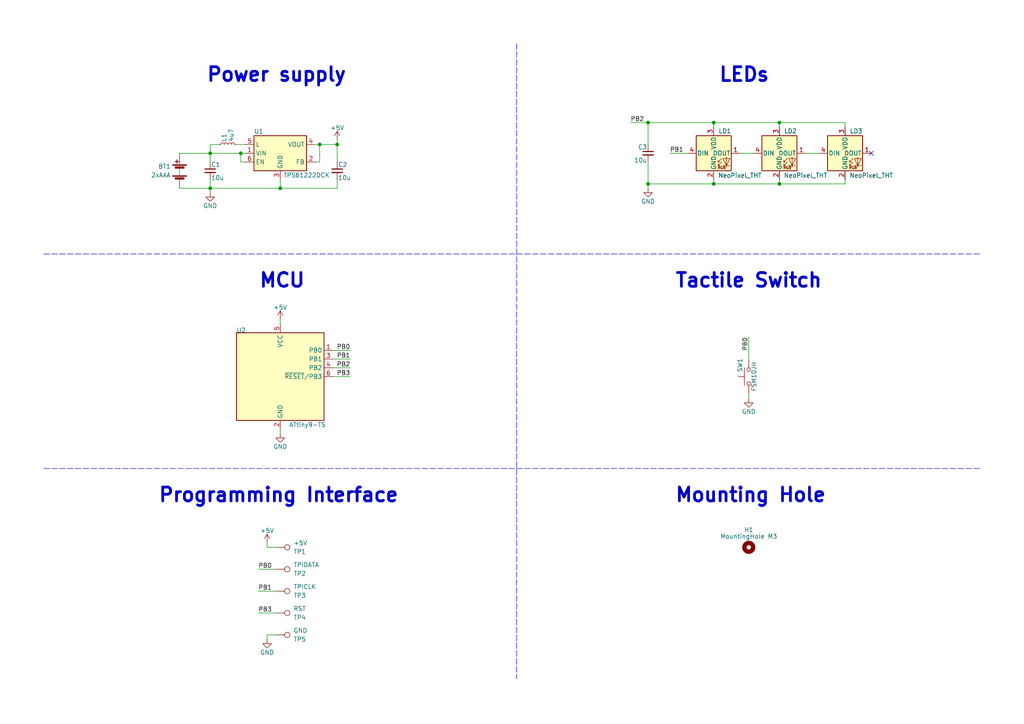
<source format=kicad_sch>
(kicad_sch (version 20211123) (generator eeschema)
  (paper "A4")
  (title_block (title "Traffic Light") (date "2022-07-03") (rev "2.0") (company "Aurelien Jarno <aurelien@aurel32.net>") (comment 1 "Licence: CC-BY SA 4.0"))
  (lib_symbols
    (symbol "Connector:TestPoint" (pin_numbers hide) (pin_names (offset 0.762) hide)
      (property "Reference" "TP" (at 0 6.858 0))
      (property "Value" "TestPoint" (at 0 5.08 0))
      (symbol "TestPoint_0_1"
        (circle (center 0 3.302) (radius 0.762))
      )
      (symbol "TestPoint_1_1"
        (pin passive line (at 0 0 90) (length 2.54) (name "1") (number "1"))
      )
    )
    (symbol "Device:Battery" (pin_numbers hide) (pin_names (offset 0) hide)
      (property "Reference" "BT" (at 2.54 2.54 0))
      (property "Value" "Battery" (at 2.54 0 0))
      (symbol "Battery_0_1"
        (rectangle (start -2.032 -1.397) (end 2.032 -1.651) (fill (type outline)))
        (rectangle (start -2.032 1.778) (end 2.032 1.524) (fill (type outline)))
        (rectangle (start -1.3208 -1.9812) (end 1.27 -2.4892) (fill (type outline)))
        (rectangle (start -1.3208 1.1938) (end 1.27 0.6858) (fill (type outline)))
        (polyline (pts (xy 0 -1.524) (xy 0 -1.27)))
        (polyline (pts (xy 0 -1.016) (xy 0 -0.762)))
        (polyline (pts (xy 0 -0.508) (xy 0 -0.254)))
        (polyline (pts (xy 0 0) (xy 0 0.254)))
        (polyline (pts (xy 0 0.508) (xy 0 0.762)))
        (polyline (pts (xy 0 1.778) (xy 0 2.54)))
        (polyline (pts (xy 0.254 2.667) (xy 1.27 2.667)) (stroke (width 0.254)))
        (polyline (pts (xy 0.762 3.175) (xy 0.762 2.159)) (stroke (width 0.254)))
      )
      (symbol "Battery_1_1"
        (pin passive line (at 0 5.08 270) (length 2.54) (name "+") (number "1"))
        (pin passive line (at 0 -5.08 90) (length 2.54) (name "-") (number "2"))
      )
    )
    (symbol "Device:C_Small" (pin_numbers hide) (pin_names (offset 0.254) hide)
      (property "Reference" "C" (at 0.254 1.778 0))
      (property "Value" "C_Small" (at 0.254 -2.032 0))
      (symbol "C_Small_0_1"
        (polyline (pts (xy -1.524 -0.508) (xy 1.524 -0.508)) (stroke (width 0.3302)))
        (polyline (pts (xy -1.524 0.508) (xy 1.524 0.508)) (stroke (width 0.3048)))
      )
      (symbol "C_Small_1_1"
        (pin passive line (at 0 2.54 270) (length 2.032) (name "~") (number "1"))
        (pin passive line (at 0 -2.54 90) (length 2.032) (name "~") (number "2"))
      )
    )
    (symbol "Device:L_Small" (pin_numbers hide) (pin_names (offset 0.254) hide)
      (property "Reference" "L" (at 0.762 1.016 0))
      (property "Value" "L_Small" (at 0.762 -1.016 0))
      (symbol "L_Small_0_1"
        (arc (start 0 -2.032) (mid 0.508 -1.524) (end 0 -1.016))
        (arc (start 0 -1.016) (mid 0.508 -0.508) (end 0 0))
        (arc (start 0 0) (mid 0.508 0.508) (end 0 1.016))
        (arc (start 0 1.016) (mid 0.508 1.524) (end 0 2.032))
      )
      (symbol "L_Small_1_1"
        (pin passive line (at 0 2.54 270) (length 0.508) (name "~") (number "1"))
        (pin passive line (at 0 -2.54 90) (length 0.508) (name "~") (number "2"))
      )
    )
    (symbol "LED:NeoPixel_THT" (pin_names (offset 0.254))
      (property "Reference" "D" (at 5.08 5.715 0))
      (property "Value" "NeoPixel_THT" (at 1.27 -5.715 0))
      (symbol "NeoPixel_THT_0_0"
        (text "RGB" (at 2.286 -4.191 0) (effects (font (size 0.762 0.762))))
      )
      (symbol "NeoPixel_THT_0_1"
        (polyline (pts (xy 1.27 -3.556) (xy 1.778 -3.556)))
        (polyline (pts (xy 1.27 -2.54) (xy 1.778 -2.54)))
        (polyline (pts (xy 4.699 -3.556) (xy 2.667 -3.556)))
        (polyline (pts (xy 2.286 -2.54) (xy 1.27 -3.556) (xy 1.27 -3.048)))
        (polyline (pts (xy 2.286 -1.524) (xy 1.27 -2.54) (xy 1.27 -2.032)))
        (polyline (pts (xy 3.683 -1.016) (xy 3.683 -3.556) (xy 3.683 -4.064)))
        (polyline (pts (xy 4.699 -1.524) (xy 2.667 -1.524) (xy 3.683 -3.556) (xy 4.699 -1.524)))
        (rectangle (start 5.08 5.08) (end -5.08 -5.08) (stroke (width 0.254)) (fill (type background)))
      )
      (symbol "NeoPixel_THT_1_1"
        (pin output line (at 7.62 0 180) (length 2.54) (name "DOUT") (number "1"))
        (pin power_in line (at 0 -7.62 90) (length 2.54) (name "GND") (number "2"))
        (pin power_in line (at 0 7.62 270) (length 2.54) (name "VDD") (number "3"))
        (pin input line (at -7.62 0 0) (length 2.54) (name "DIN") (number "4"))
      )
    )
    (symbol "MCU_Microchip_ATtiny:ATtiny9-TS"
      (property "Reference" "U" (at -12.7 13.97 0))
      (property "Value" "ATtiny9-TS" (at 2.54 -13.97 0))
      (symbol "ATtiny9-TS_0_1"
        (rectangle (start -12.7 -12.7) (end 12.7 12.7) (stroke (width 0.254)) (fill (type background)))
      )
      (symbol "ATtiny9-TS_1_1"
        (pin bidirectional line (at 15.24 7.62 180) (length 2.54) (name "PB0") (number "1"))
        (pin power_in line (at 0 -15.24 90) (length 2.54) (name "GND") (number "2"))
        (pin bidirectional line (at 15.24 5.08 180) (length 2.54) (name "PB1") (number "3"))
        (pin bidirectional line (at 15.24 2.54 180) (length 2.54) (name "PB2") (number "4"))
        (pin power_in line (at 0 15.24 270) (length 2.54) (name "VCC") (number "5"))
        (pin bidirectional line (at 15.24 0 180) (length 2.54) (name "~{RESET}/PB3") (number "6"))
      )
    )
    (symbol "Mechanical:MountingHole" (pin_names (offset 1.016))
      (property "Reference" "H" (at 0 5.08 0))
      (property "Value" "MountingHole" (at 0 3.175 0))
      (symbol "MountingHole_0_1"
        (circle (center 0 0) (radius 1.27) (stroke (width 1.27)))
      )
    )
    (symbol "Regulator_Switching:TPS61222DCK"
      (property "Reference" "U" (at -7.62 6.35 0))
      (property "Value" "TPS61222DCK" (at 2.54 6.35 0))
      (symbol "TPS61222DCK_0_1"
        (rectangle (start -7.62 5.08) (end 7.62 -5.08) (stroke (width 0.254)) (fill (type background)))
      )
      (symbol "TPS61222DCK_1_1"
        (pin power_in line (at -10.16 0 0) (length 2.54) (name "VIN") (number "1"))
        (pin input line (at 10.16 -2.54 180) (length 2.54) (name "FB") (number "2"))
        (pin power_in line (at 0 -7.62 90) (length 2.54) (name "GND") (number "3"))
        (pin power_out line (at 10.16 2.54 180) (length 2.54) (name "VOUT") (number "4"))
        (pin power_in line (at -10.16 2.54 0) (length 2.54) (name "L") (number "5"))
        (pin input line (at -10.16 -2.54 0) (length 2.54) (name "EN") (number "6"))
      )
    )
    (symbol "Switch:SW_Push" (pin_numbers hide) (pin_names (offset 1.016) hide)
      (property "Reference" "SW" (at 1.27 2.54 0))
      (property "Value" "SW_Push" (at 0 -1.524 0))
      (symbol "SW_Push_0_1"
        (circle (center -2.032 0) (radius 0.508))
        (polyline (pts (xy 0 1.27) (xy 0 3.048)))
        (polyline (pts (xy 2.54 1.27) (xy -2.54 1.27)))
        (circle (center 2.032 0) (radius 0.508))
        (pin passive line (at -5.08 0 0) (length 2.54) (name "1") (number "1"))
        (pin passive line (at 5.08 0 180) (length 2.54) (name "2") (number "2"))
      )
    )
    (symbol "power:+5V" (power) (pin_names (offset 0))
      (property "Value" "+5V" (at 0 3.556 0))
      (symbol "+5V_0_1"
        (polyline (pts (xy -0.762 1.27) (xy 0 2.54)))
        (polyline (pts (xy 0 0) (xy 0 2.54)))
        (polyline (pts (xy 0 2.54) (xy 0.762 1.27)))
      )
      (symbol "+5V_1_1"
        (pin power_in line (at 0 0 90) (length 0) hide (name "+5V") (number "1"))
      )
    )
    (symbol "power:GND" (power) (pin_names (offset 0))
      (property "Value" "GND" (at 0 -3.81 0))
      (symbol "GND_0_1"
        (polyline (pts (xy 0 0) (xy 0 -1.27) (xy 1.27 -1.27) (xy 0 -2.54) (xy -1.27 -1.27) (xy 0 -1.27)))
      )
      (symbol "GND_1_1"
        (pin power_in line (at 0 0 270) (length 0) hide (name "GND") (number "1"))
      )
    )
  )
  (junction (at 226.06 53.34))
  (junction (at 92.71 41.91))
  (junction (at 60.96 44.45))
  (junction (at 226.06 35.56))
  (junction (at 60.96 54.61))
  (junction (at 187.96 35.56))
  (junction (at 187.96 53.34))
  (junction (at 81.28 54.61))
  (junction (at 207.01 53.34))
  (junction (at 69.85 44.45))
  (junction (at 207.01 35.56))
  (junction (at 97.79 41.91))
  (no_connect (at 252.73 44.45))
  (wire (pts (xy 233.68 44.45) (xy 237.49 44.45)))
  (wire (pts (xy 226.06 35.56) (xy 245.11 35.56)))
  (wire (pts (xy 60.96 54.61) (xy 81.28 54.61)))
  (wire (pts (xy 96.52 109.22) (xy 101.6 109.22)))
  (polyline (pts (xy 149.86 12.7) (xy 149.86 196.85)))
  (wire (pts (xy 81.28 92.71) (xy 81.28 93.98)))
  (wire (pts (xy 52.07 54.61) (xy 60.96 54.61)))
  (wire (pts (xy 226.06 35.56) (xy 226.06 36.83)))
  (wire (pts (xy 81.28 124.46) (xy 81.28 125.73)))
  (wire (pts (xy 63.5 41.91) (xy 60.96 41.91)))
  (polyline (pts (xy 12.7 73.66) (xy 284.48 73.66)))
  (wire (pts (xy 91.44 41.91) (xy 92.71 41.91)))
  (wire (pts (xy 60.96 44.45) (xy 69.85 44.45)))
  (wire (pts (xy 92.71 41.91) (xy 92.71 46.99)))
  (wire (pts (xy 207.01 35.56) (xy 226.06 35.56)))
  (wire (pts (xy 97.79 46.99) (xy 97.79 41.91)))
  (polyline (pts (xy 12.7 135.89) (xy 284.48 135.89)))
  (wire (pts (xy 69.85 44.45) (xy 69.85 46.99)))
  (wire (pts (xy 77.47 184.15) (xy 77.47 185.42)))
  (wire (pts (xy 60.96 54.61) (xy 60.96 52.07)))
  (wire (pts (xy 194.31 44.45) (xy 199.39 44.45)))
  (wire (pts (xy 69.85 44.45) (xy 71.12 44.45)))
  (wire (pts (xy 245.11 53.34) (xy 245.11 52.07)))
  (wire (pts (xy 74.93 165.1) (xy 80.01 165.1)))
  (wire (pts (xy 68.58 41.91) (xy 71.12 41.91)))
  (wire (pts (xy 96.52 106.68) (xy 101.6 106.68)))
  (wire (pts (xy 60.96 41.91) (xy 60.96 44.45)))
  (wire (pts (xy 60.96 44.45) (xy 60.96 46.99)))
  (wire (pts (xy 226.06 53.34) (xy 245.11 53.34)))
  (wire (pts (xy 81.28 54.61) (xy 97.79 54.61)))
  (wire (pts (xy 81.28 54.61) (xy 81.28 52.07)))
  (wire (pts (xy 217.17 97.79) (xy 217.17 104.14)))
  (wire (pts (xy 74.93 177.8) (xy 80.01 177.8)))
  (wire (pts (xy 77.47 157.48) (xy 77.47 158.75)))
  (wire (pts (xy 187.96 35.56) (xy 187.96 41.91)))
  (wire (pts (xy 96.52 101.6) (xy 101.6 101.6)))
  (wire (pts (xy 92.71 41.91) (xy 97.79 41.91)))
  (wire (pts (xy 245.11 35.56) (xy 245.11 36.83)))
  (wire (pts (xy 226.06 52.07) (xy 226.06 53.34)))
  (wire (pts (xy 52.07 44.45) (xy 60.96 44.45)))
  (wire (pts (xy 60.96 54.61) (xy 60.96 55.88)))
  (wire (pts (xy 74.93 171.45) (xy 80.01 171.45)))
  (wire (pts (xy 101.6 104.14) (xy 96.52 104.14)))
  (wire (pts (xy 217.17 114.3) (xy 217.17 115.57)))
  (wire (pts (xy 97.79 40.64) (xy 97.79 41.91)))
  (wire (pts (xy 71.12 46.99) (xy 69.85 46.99)))
  (wire (pts (xy 187.96 53.34) (xy 187.96 54.61)))
  (wire (pts (xy 187.96 35.56) (xy 207.01 35.56)))
  (wire (pts (xy 187.96 53.34) (xy 207.01 53.34)))
  (wire (pts (xy 182.88 35.56) (xy 187.96 35.56)))
  (wire (pts (xy 207.01 53.34) (xy 226.06 53.34)))
  (wire (pts (xy 207.01 52.07) (xy 207.01 53.34)))
  (wire (pts (xy 91.44 46.99) (xy 92.71 46.99)))
  (wire (pts (xy 80.01 184.15) (xy 77.47 184.15)))
  (wire (pts (xy 80.01 158.75) (xy 77.47 158.75)))
  (wire (pts (xy 187.96 46.99) (xy 187.96 53.34)))
  (wire (pts (xy 97.79 52.07) (xy 97.79 54.61)))
  (wire (pts (xy 214.63 44.45) (xy 218.44 44.45)))
  (wire (pts (xy 207.01 36.83) (xy 207.01 35.56)))
  (text "Tactile Switch" (at 195.58 83.82 0) (effects (font (size 4 4) (thickness 0.8) bold) (justify left bottom)))
  (text "Programming Interface" (at 45.72 146.05 0) (effects (font (size 4 4) (thickness 0.8) bold) (justify left bottom)))
  (text "Mounting Hole\n" (at 195.58 146.05 0) (effects (font (size 4 4) (thickness 0.8) bold) (justify left bottom)))
  (text "MCU" (at 74.93 83.82 0) (effects (font (size 4 4) (thickness 0.8) bold) (justify left bottom)))
  (text "Power supply" (at 59.69 24.13 0) (effects (font (size 4 4) (thickness 0.8) bold) (justify left bottom)))
  (text "LEDs" (at 208.28 24.13 0) (effects (font (size 4 4) (thickness 0.8) bold) (justify left bottom)))
  (label "PB3" (at 101.6 109.22 180))
  (label "PB0" (at 101.6 101.6 180))
  (label "PB3" (at 74.93 177.8 0))
  (label "PB1" (at 194.31 44.45 0))
  (label "PB1" (at 101.6 104.14 180))
  (label "PB0" (at 217.17 97.79 270))
  (label "PB1" (at 74.93 171.45 0))
  (label "PB0" (at 74.93 165.1 0))
  (label "PB2" (at 182.88 35.56 0))
  (label "PB2" (at 101.6 106.68 180))
  (symbol (lib_id "Device:C_Small") (at 187.96 44.45 0) (mirror y) (unit 1)
    (property "Reference" "C3" (at 187.706 42.672 0) (effects (justify left)))
    (property "Value" "10u" (at 187.706 46.482 0) (effects (justify left)))
    (property "Footprint" "Capacitor_SMD:C_0805_2012Metric" (effects hide))
  )
  (symbol (lib_id "power:+5V") (at 97.79 40.64 0) (unit 1)
    (property "Reference" "#PWR02" (effects hide))
    (property "Value" "+5V" (at 97.79 37.084 0))
  )
  (symbol (lib_id "power:GND") (at 60.96 55.88 0) (unit 1)
    (property "Reference" "#PWR01" (effects hide))
    (property "Value" "GND" (at 60.96 59.69 0))
  )
  (symbol (lib_id "Connector:TestPoint") (at 80.01 165.1 270) (unit 1)
    (property "Reference" "TP2" (at 85.09 166.37 90) (effects (justify left)))
    (property "Value" "TPIDATA" (at 85.09 163.83 90) (effects (justify left)))
    (property "Footprint" "TestPoint:TestPoint_Pad_D1.0mm" (effects hide))
  )
  (symbol (lib_id "Device:Battery") (at 52.07 49.53 0) (mirror y) (unit 1)
    (property "Reference" "BT1" (at 49.53 48.26 0) (effects (justify left)))
    (property "Value" "2xAAA" (at 49.53 50.8 0) (effects (justify left)))
    (property "Footprint" "Connector_Wire:SolderWire-0.25sqmm_1x02_P4.2mm_D0.65mm_OD1.7mm" (effects hide))
  )
  (symbol (lib_id "MCU_Microchip_ATtiny:ATtiny9-TS") (at 81.28 109.22 0) (unit 1)
    (property "Reference" "U2" (at 68.58 96.52 0) (effects (justify left bottom)))
    (property "Value" "ATtiny9-TS" (at 83.82 123.19 0) (effects (justify left)))
    (property "Footprint" "Package_TO_SOT_SMD:SOT-23-6" (effects hide))
    (property "Datasheet" "http://ww1.microchip.com/downloads/en/DeviceDoc/Atmel-8127-AVR-8-bit-Microcontroller-ATtiny4-ATtiny5-ATtiny9-ATtiny10_Datasheet.pdf" (effects hide))
  )
  (symbol (lib_id "power:GND") (at 81.28 125.73 0) (unit 1)
    (property "Reference" "#PWR0101" (effects hide))
    (property "Value" "GND" (at 81.28 129.54 0))
  )
  (symbol (lib_id "power:GND") (at 77.47 185.42 0) (unit 1)
    (property "Reference" "#PWR0104" (effects hide))
    (property "Value" "GND" (at 77.47 189.23 0))
  )
  (symbol (lib_id "Device:C_Small") (at 97.79 49.53 0) (unit 1)
    (property "Reference" "C2" (at 98.044 47.752 0) (effects (justify left)))
    (property "Value" "10u" (at 98.044 51.562 0) (effects (justify left)))
    (property "Footprint" "Capacitor_SMD:C_0805_2012Metric" (effects hide))
  )
  (symbol (lib_id "power:GND") (at 187.96 54.61 0) (unit 1)
    (property "Reference" "#PWR04" (effects hide))
    (property "Value" "GND" (at 187.96 58.42 0))
  )
  (symbol (lib_id "Device:C_Small") (at 60.96 49.53 0) (unit 1)
    (property "Reference" "C1" (at 61.214 47.752 0) (effects (justify left)))
    (property "Value" "10u" (at 61.214 51.562 0) (effects (justify left)))
    (property "Footprint" "Capacitor_SMD:C_0805_2012Metric" (effects hide))
  )
  (symbol (lib_id "Mechanical:MountingHole") (at 217.17 158.75 0) (unit 1)
    (property "Reference" "H1" (at 217.17 153.67 0))
    (property "Value" "MountingHole M3" (at 217.17 155.575 0))
    (property "Footprint" "MountingHole:MountingHole_3.2mm_M3" (effects hide))
  )
  (symbol (lib_id "Connector:TestPoint") (at 80.01 158.75 270) (unit 1)
    (property "Reference" "TP1" (at 85.09 160.02 90) (effects (justify left)))
    (property "Value" "+5V" (at 85.09 157.48 90) (effects (justify left)))
    (property "Footprint" "TestPoint:TestPoint_Pad_D1.0mm" (effects hide))
  )
  (symbol (lib_id "Connector:TestPoint") (at 80.01 171.45 270) (unit 1)
    (property "Reference" "TP3" (at 85.09 172.72 90) (effects (justify left)))
    (property "Value" "TPICLK" (at 85.09 170.18 90) (effects (justify left)))
    (property "Footprint" "TestPoint:TestPoint_Pad_D1.0mm" (effects hide))
  )
  (symbol (lib_id "Connector:TestPoint") (at 80.01 184.15 270) (unit 1)
    (property "Reference" "TP5" (at 85.09 185.42 90) (effects (justify left)))
    (property "Value" "GND" (at 85.09 182.88 90) (effects (justify left)))
    (property "Footprint" "TestPoint:TestPoint_Pad_D1.0mm" (effects hide))
  )
  (symbol (lib_id "Switch:SW_Push") (at 217.17 109.22 90) (unit 1)
    (property "Reference" "SW1" (at 214.63 107.95 0) (effects (justify left)))
    (property "Value" "FSM10JH" (at 218.694 109.22 0))
    (property "Footprint" "Button_Switch_THT:SW_PUSH_6mm_H7.3mm" (effects hide))
  )
  (symbol (lib_id "LED:NeoPixel_THT") (at 245.11 44.45 0) (unit 1)
    (property "Reference" "LD3" (at 250.19 38.735 0) (effects (justify right bottom)))
    (property "Value" "NeoPixel_THT" (at 246.38 50.165 0) (effects (justify left top)))
    (property "Footprint" "LED_THT:LED_D8.0mm-4" (effects hide))
    (property "Datasheet" "https://www.adafruit.com/product/1938" (effects hide))
  )
  (symbol (lib_id "LED:NeoPixel_THT") (at 207.01 44.45 0) (unit 1)
    (property "Reference" "LD1" (at 212.09 38.735 0) (effects (justify right bottom)))
    (property "Value" "NeoPixel_THT" (at 208.28 50.165 0) (effects (justify left top)))
    (property "Footprint" "LED_THT:LED_D8.0mm-4" (effects hide))
    (property "Datasheet" "https://www.adafruit.com/product/1938" (effects hide))
  )
  (symbol (lib_id "Regulator_Switching:TPS61222DCK") (at 81.28 44.45 0) (unit 1)
    (property "Reference" "U1" (at 73.66 38.1 0) (effects (justify left)))
    (property "Value" "TPS61222DCK" (at 88.9 50.8 0))
    (property "Footprint" "Package_TO_SOT_SMD:Texas_R-PDSO-G6" (effects hide))
    (property "Datasheet" "http://www.ti.com/lit/ds/symlink/tps61220.pdf" (effects hide))
  )
  (symbol (lib_id "LED:NeoPixel_THT") (at 226.06 44.45 0) (unit 1)
    (property "Reference" "LD2" (at 231.14 38.735 0) (effects (justify right bottom)))
    (property "Value" "NeoPixel_THT" (at 227.33 50.165 0) (effects (justify left top)))
    (property "Footprint" "LED_THT:LED_D8.0mm-4" (effects hide))
    (property "Datasheet" "https://www.adafruit.com/product/1938" (effects hide))
  )
  (symbol (lib_id "power:GND") (at 217.17 115.57 0) (unit 1)
    (property "Reference" "#PWR0103" (effects hide))
    (property "Value" "GND" (at 217.17 119.38 0))
  )
  (symbol (lib_id "Connector:TestPoint") (at 80.01 177.8 270) (unit 1)
    (property "Reference" "TP4" (at 85.09 179.07 90) (effects (justify left)))
    (property "Value" "RST" (at 85.09 176.53 90) (effects (justify left)))
    (property "Footprint" "TestPoint:TestPoint_Pad_D1.0mm" (effects hide))
  )
  (symbol (lib_id "Device:L_Small") (at 66.04 41.91 90) (unit 1)
    (property "Reference" "L1" (at 65.024 41.148 0) (effects (justify left)))
    (property "Value" "4u7" (at 67.056 41.148 0) (effects (justify left)))
    (property "Footprint" "Inductor_SMD:L_1210_3225Metric" (effects hide))
  )
  (symbol (lib_id "power:+5V") (at 81.28 92.71 0) (unit 1)
    (property "Reference" "#PWR03" (effects hide))
    (property "Value" "+5V" (at 81.28 89.154 0))
  )
  (symbol (lib_id "power:+5V") (at 77.47 157.48 0) (unit 1)
    (property "Reference" "#PWR0102" (effects hide))
    (property "Value" "+5V" (at 77.47 153.924 0))
  )
)
</source>
